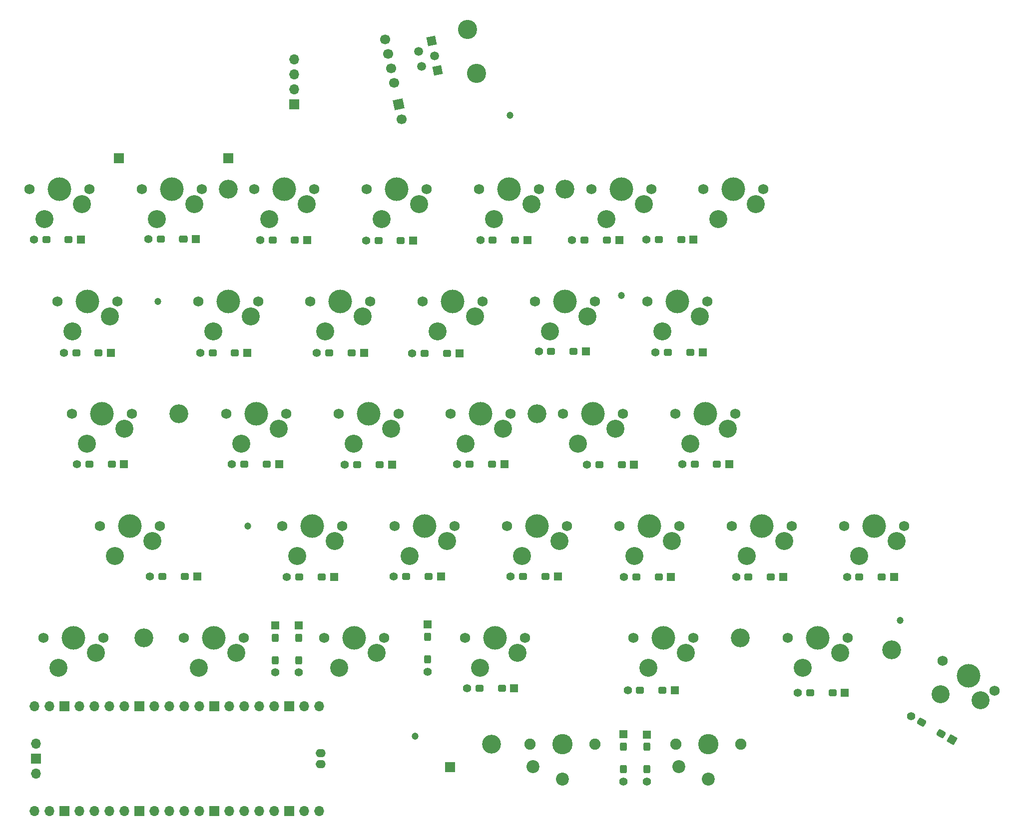
<source format=gbr>
%TF.GenerationSoftware,KiCad,Pcbnew,8.0.7*%
%TF.CreationDate,2025-08-07T21:50:34+02:00*%
%TF.ProjectId,pcb_keyboard_sx_rj11,7063625f-6b65-4796-926f-6172645f7378,rev?*%
%TF.SameCoordinates,Original*%
%TF.FileFunction,Soldermask,Top*%
%TF.FilePolarity,Negative*%
%FSLAX46Y46*%
G04 Gerber Fmt 4.6, Leading zero omitted, Abs format (unit mm)*
G04 Created by KiCad (PCBNEW 8.0.7) date 2025-08-07 21:50:34*
%MOMM*%
%LPD*%
G01*
G04 APERTURE LIST*
G04 Aperture macros list*
%AMRoundRect*
0 Rectangle with rounded corners*
0 $1 Rounding radius*
0 $2 $3 $4 $5 $6 $7 $8 $9 X,Y pos of 4 corners*
0 Add a 4 corners polygon primitive as box body*
4,1,4,$2,$3,$4,$5,$6,$7,$8,$9,$2,$3,0*
0 Add four circle primitives for the rounded corners*
1,1,$1+$1,$2,$3*
1,1,$1+$1,$4,$5*
1,1,$1+$1,$6,$7*
1,1,$1+$1,$8,$9*
0 Add four rect primitives between the rounded corners*
20,1,$1+$1,$2,$3,$4,$5,0*
20,1,$1+$1,$4,$5,$6,$7,0*
20,1,$1+$1,$6,$7,$8,$9,0*
20,1,$1+$1,$8,$9,$2,$3,0*%
%AMHorizOval*
0 Thick line with rounded ends*
0 $1 width*
0 $2 $3 position (X,Y) of the first rounded end (center of the circle)*
0 $4 $5 position (X,Y) of the second rounded end (center of the circle)*
0 Add line between two ends*
20,1,$1,$2,$3,$4,$5,0*
0 Add two circle primitives to create the rounded ends*
1,1,$1,$2,$3*
1,1,$1,$4,$5*%
%AMRotRect*
0 Rectangle, with rotation*
0 The origin of the aperture is its center*
0 $1 length*
0 $2 width*
0 $3 Rotation angle, in degrees counterclockwise*
0 Add horizontal line*
21,1,$1,$2,0,0,$3*%
G04 Aperture macros list end*
%ADD10C,1.750000*%
%ADD11C,3.050000*%
%ADD12C,4.000000*%
%ADD13C,3.200000*%
%ADD14C,1.200000*%
%ADD15C,3.250000*%
%ADD16RotRect,1.520000X1.520000X101.899000*%
%ADD17C,1.520000*%
%ADD18R,1.700000X1.700000*%
%ADD19O,1.700000X1.700000*%
%ADD20C,1.900000*%
%ADD21C,3.450000*%
%ADD22C,2.200000*%
%ADD23R,1.400000X1.400000*%
%ADD24RoundRect,0.300000X0.450000X0.300000X-0.450000X0.300000X-0.450000X-0.300000X0.450000X-0.300000X0*%
%ADD25RoundRect,0.300000X0.400000X0.300000X-0.400000X0.300000X-0.400000X-0.300000X0.400000X-0.300000X0*%
%ADD26C,1.400000*%
%ADD27O,1.700000X1.400000*%
%ADD28RotRect,1.400000X1.400000X150.000000*%
%ADD29RoundRect,0.300000X0.496410X0.059808X-0.196410X0.459808X-0.496410X-0.059808X0.196410X-0.459808X0*%
%ADD30RotRect,1.700000X1.700000X191.899000*%
%ADD31HorizOval,1.700000X0.000000X0.000000X0.000000X0.000000X0*%
%ADD32RoundRect,0.300000X-0.300000X0.400000X-0.300000X-0.400000X0.300000X-0.400000X0.300000X0.400000X0*%
G04 APERTURE END LIST*
D10*
%TO.C,S34*%
X173829000Y-104157000D03*
D11*
X172559000Y-106697000D03*
D12*
X168749000Y-104157000D03*
D11*
X166209000Y-109237000D03*
D10*
X163669000Y-104157000D03*
%TD*%
%TO.C,S17*%
X102429000Y-66067000D03*
D11*
X101159000Y-68607000D03*
D12*
X97349000Y-66067000D03*
D11*
X94809000Y-71147000D03*
D10*
X92269000Y-66067000D03*
%TD*%
%TO.C,S8*%
X64349000Y-66067000D03*
D11*
X63079000Y-68607000D03*
D12*
X59269000Y-66067000D03*
D11*
X56729000Y-71147000D03*
D10*
X54189000Y-66067000D03*
%TD*%
D13*
%TO.C,H9*%
X116379000Y-47017000D03*
%TD*%
D10*
%TO.C,S3*%
X42927750Y-85107000D03*
D11*
X41657750Y-87647000D03*
D12*
X37847750Y-85107000D03*
D11*
X35307750Y-90187000D03*
D10*
X32767750Y-85107000D03*
%TD*%
%TO.C,S11*%
X78629000Y-104157000D03*
D11*
X77359000Y-106697000D03*
D12*
X73549000Y-104157000D03*
D11*
X71009000Y-109237000D03*
D10*
X68469000Y-104157000D03*
%TD*%
D13*
%TO.C,H6*%
X44979000Y-123187000D03*
%TD*%
D10*
%TO.C,S4*%
X38165250Y-123187000D03*
D11*
X36895250Y-125727000D03*
D12*
X33085250Y-123187000D03*
D11*
X30545250Y-128267000D03*
D10*
X28005250Y-123187000D03*
%TD*%
%TO.C,S13*%
X85765250Y-123187000D03*
D11*
X84495250Y-125727000D03*
D12*
X80685250Y-123187000D03*
D11*
X78145250Y-128267000D03*
D10*
X75605250Y-123187000D03*
%TD*%
%TO.C,S16*%
X97669000Y-104157000D03*
D11*
X96399000Y-106697000D03*
D12*
X92589000Y-104157000D03*
D11*
X90049000Y-109237000D03*
D10*
X87509000Y-104157000D03*
%TD*%
D13*
%TO.C,H7*%
X111619000Y-85107000D03*
%TD*%
D14*
%TO.C,H13*%
X90949000Y-139825000D03*
%TD*%
D13*
%TO.C,H4*%
X171724000Y-125187000D03*
%TD*%
%TO.C,H11*%
X103949000Y-141202000D03*
%TD*%
D10*
%TO.C,S21*%
X109565250Y-123187000D03*
D11*
X108295250Y-125727000D03*
D12*
X104485250Y-123187000D03*
D11*
X101945250Y-128267000D03*
D10*
X99405250Y-123187000D03*
%TD*%
D13*
%TO.C,H5*%
X146127000Y-123187000D03*
%TD*%
D15*
%TO.C,J1*%
X101417158Y-27421526D03*
X99846012Y-19965260D03*
D16*
X94820093Y-26910781D03*
X93772663Y-21939937D03*
D17*
X92072816Y-26191785D03*
X94296379Y-24425357D03*
X91549100Y-23706363D03*
%TD*%
D10*
%TO.C,S22*%
X116709000Y-104157000D03*
D11*
X115439000Y-106697000D03*
D12*
X111629000Y-104157000D03*
D11*
X109089000Y-109237000D03*
D10*
X106549000Y-104157000D03*
%TD*%
D13*
%TO.C,H8*%
X50935750Y-85107000D03*
%TD*%
D18*
%TO.C,J2*%
X70524000Y-32677000D03*
D19*
X70524000Y-30137000D03*
X70524000Y-27597000D03*
X70524000Y-25057000D03*
%TD*%
D13*
%TO.C,H10*%
X59269000Y-47017000D03*
%TD*%
D10*
%TO.C,S7*%
X61965250Y-123187000D03*
D11*
X60695250Y-125727000D03*
D12*
X56885250Y-123187000D03*
D11*
X54345250Y-128267000D03*
D10*
X51805250Y-123187000D03*
%TD*%
%TO.C,S5*%
X47690250Y-104157000D03*
D11*
X46420250Y-106697000D03*
D12*
X42610250Y-104157000D03*
D11*
X40070250Y-109237000D03*
D10*
X37530250Y-104157000D03*
%TD*%
%TO.C,S27*%
X135749000Y-104157000D03*
D11*
X134479000Y-106697000D03*
D12*
X130669000Y-104157000D03*
D11*
X128129000Y-109237000D03*
D10*
X125589000Y-104157000D03*
%TD*%
%TO.C,S28*%
X140509000Y-66067000D03*
D11*
X139239000Y-68607000D03*
D12*
X135429000Y-66067000D03*
D11*
X132889000Y-71147000D03*
D10*
X130349000Y-66067000D03*
%TD*%
D20*
%TO.C,S29*%
X146199000Y-141202000D03*
D21*
X140699000Y-141202000D03*
D20*
X135199000Y-141202000D03*
D22*
X140699000Y-147102000D03*
X135699000Y-145002000D03*
%TD*%
D20*
%TO.C,S20*%
X121449000Y-141202000D03*
D21*
X115949000Y-141202000D03*
D20*
X110449000Y-141202000D03*
D22*
X115949000Y-147102000D03*
X110949000Y-145002000D03*
%TD*%
D14*
%TO.C,H3*%
X62621000Y-104157000D03*
%TD*%
D10*
%TO.C,S23*%
X121469000Y-66067000D03*
D11*
X120199000Y-68607000D03*
D12*
X116389000Y-66067000D03*
D11*
X113849000Y-71147000D03*
D10*
X111309000Y-66067000D03*
%TD*%
%TO.C,S32*%
X154789000Y-104157000D03*
D11*
X153519000Y-106697000D03*
D12*
X149709000Y-104157000D03*
D11*
X147169000Y-109237000D03*
D10*
X144629000Y-104157000D03*
%TD*%
%TO.C,S9*%
X69104000Y-85107000D03*
D11*
X67834000Y-87647000D03*
D12*
X64024000Y-85107000D03*
D11*
X61484000Y-90187000D03*
D10*
X58944000Y-85107000D03*
%TD*%
%TO.C,S2*%
X40546500Y-66057000D03*
D11*
X39276500Y-68597000D03*
D12*
X35466500Y-66057000D03*
D11*
X32926500Y-71137000D03*
D10*
X30386500Y-66057000D03*
%TD*%
D14*
%TO.C,H2*%
X125914000Y-65067000D03*
%TD*%
D18*
%TO.C,TP3*%
X96859000Y-145062000D03*
%TD*%
D14*
%TO.C,H1*%
X47367500Y-66057000D03*
%TD*%
D23*
%TO.C,D6*%
X53774000Y-55537000D03*
D24*
X51724000Y-55537000D03*
D25*
X47874000Y-55537000D03*
D26*
X45774000Y-55537000D03*
%TD*%
D10*
%TO.C,S19*%
X111944000Y-47017000D03*
D11*
X110674000Y-49557000D03*
D12*
X106864000Y-47017000D03*
D11*
X104324000Y-52097000D03*
D10*
X101784000Y-47017000D03*
%TD*%
D18*
%TO.C,TP1*%
X40774000Y-41757000D03*
%TD*%
D10*
%TO.C,S18*%
X107184000Y-85107000D03*
D11*
X105914000Y-87647000D03*
D12*
X102104000Y-85107000D03*
D11*
X99564000Y-90187000D03*
D10*
X97024000Y-85107000D03*
%TD*%
D14*
%TO.C,H12*%
X173224000Y-120187000D03*
%TD*%
D10*
%TO.C,S12*%
X83389000Y-66067000D03*
D11*
X82119000Y-68607000D03*
D12*
X78309000Y-66067000D03*
D11*
X75769000Y-71147000D03*
D10*
X73229000Y-66067000D03*
%TD*%
%TO.C,S10*%
X73864000Y-47017000D03*
D11*
X72594000Y-49557000D03*
D12*
X68784000Y-47017000D03*
D11*
X66244000Y-52097000D03*
D10*
X63704000Y-47017000D03*
%TD*%
%TO.C,S15*%
X92904000Y-47017000D03*
D11*
X91634000Y-49557000D03*
D12*
X87824000Y-47017000D03*
D11*
X85284000Y-52097000D03*
D10*
X82744000Y-47017000D03*
%TD*%
%TO.C,S26*%
X138127750Y-123187000D03*
D11*
X136857750Y-125727000D03*
D12*
X133047750Y-123187000D03*
D11*
X130507750Y-128267000D03*
D10*
X127967750Y-123187000D03*
%TD*%
%TO.C,S25*%
X130984000Y-47017000D03*
D11*
X129714000Y-49557000D03*
D12*
X125904000Y-47017000D03*
D11*
X123364000Y-52097000D03*
D10*
X120824000Y-47017000D03*
%TD*%
D14*
%TO.C,H14*%
X107025400Y-34488774D03*
%TD*%
D10*
%TO.C,S30*%
X145264000Y-85107000D03*
D11*
X143994000Y-87647000D03*
D12*
X140184000Y-85107000D03*
D11*
X137644000Y-90187000D03*
D10*
X135104000Y-85107000D03*
%TD*%
%TO.C,S1*%
X35784000Y-47017000D03*
D11*
X34514000Y-49557000D03*
D12*
X30704000Y-47017000D03*
D11*
X28164000Y-52097000D03*
D10*
X25624000Y-47017000D03*
%TD*%
%TO.C,S33*%
X164304000Y-123187000D03*
D11*
X163034000Y-125727000D03*
D12*
X159224000Y-123187000D03*
D11*
X156684000Y-128267000D03*
D10*
X154144000Y-123187000D03*
%TD*%
%TO.C,S14*%
X88144000Y-85107000D03*
D11*
X86874000Y-87647000D03*
D12*
X83064000Y-85107000D03*
D11*
X80524000Y-90187000D03*
D10*
X77984000Y-85107000D03*
%TD*%
%TO.C,S6*%
X54824000Y-47017000D03*
D11*
X53554000Y-49557000D03*
D12*
X49744000Y-47017000D03*
D11*
X47204000Y-52097000D03*
D10*
X44664000Y-47017000D03*
%TD*%
D18*
%TO.C,TP2*%
X59274000Y-41757000D03*
%TD*%
D10*
%TO.C,S24*%
X126224000Y-85107000D03*
D11*
X124954000Y-87647000D03*
D12*
X121144000Y-85107000D03*
D11*
X118604000Y-90187000D03*
D10*
X116064000Y-85107000D03*
%TD*%
%TO.C,S35*%
X189185409Y-132165000D03*
D11*
X186815557Y-133729705D03*
D12*
X184786000Y-129625000D03*
D11*
X180046295Y-132754409D03*
D10*
X180386591Y-127085000D03*
%TD*%
%TO.C,S31*%
X150024000Y-47017000D03*
D11*
X148754000Y-49557000D03*
D12*
X144944000Y-47017000D03*
D11*
X142404000Y-52097000D03*
D10*
X139864000Y-47017000D03*
%TD*%
D23*
%TO.C,D12*%
X82314000Y-74787000D03*
D25*
X80214000Y-74787000D03*
X76414000Y-74787000D03*
D26*
X74314000Y-74787000D03*
%TD*%
D23*
%TO.C,D33*%
X163814000Y-132467000D03*
D25*
X161714000Y-132467000D03*
X157914000Y-132467000D03*
D26*
X155814000Y-132467000D03*
%TD*%
D19*
%TO.C,U2*%
X74734000Y-152547000D03*
X72194000Y-152547000D03*
D18*
X69654000Y-152547000D03*
D19*
X67114000Y-152547000D03*
X64574000Y-152547000D03*
X62034000Y-152547000D03*
X59494000Y-152547000D03*
D18*
X56954000Y-152547000D03*
D19*
X54414000Y-152547000D03*
X51874000Y-152547000D03*
X49334000Y-152547000D03*
X46794000Y-152547000D03*
D18*
X44254000Y-152547000D03*
D19*
X41714000Y-152547000D03*
X39174000Y-152547000D03*
X36634000Y-152547000D03*
X34094000Y-152547000D03*
D18*
X31554000Y-152547000D03*
D19*
X29014000Y-152547000D03*
X26474000Y-152547000D03*
X26474000Y-134767000D03*
X29014000Y-134767000D03*
D18*
X31554000Y-134767000D03*
D19*
X34094000Y-134767000D03*
X36634000Y-134767000D03*
X39174000Y-134767000D03*
X41714000Y-134767000D03*
D18*
X44254000Y-134767000D03*
D19*
X46794000Y-134767000D03*
X49334000Y-134767000D03*
X51874000Y-134767000D03*
X54414000Y-134767000D03*
D18*
X56954000Y-134767000D03*
D19*
X59494000Y-134767000D03*
X62034000Y-134767000D03*
X64574000Y-134767000D03*
X67114000Y-134767000D03*
D18*
X69654000Y-134767000D03*
D19*
X72194000Y-134767000D03*
X74734000Y-134767000D03*
X26704000Y-146197000D03*
D18*
X26704000Y-143657000D03*
D19*
X26704000Y-141117000D03*
D27*
X75004000Y-144557000D03*
X75004000Y-142757000D03*
%TD*%
D23*
%TO.C,D16*%
X95344000Y-112767000D03*
D25*
X93244000Y-112767000D03*
X89444000Y-112767000D03*
D26*
X87344000Y-112767000D03*
%TD*%
D23*
%TO.C,D15*%
X90651500Y-55768250D03*
D25*
X88551500Y-55768250D03*
X84751500Y-55768250D03*
D26*
X82651500Y-55768250D03*
%TD*%
D23*
%TO.C,D28*%
X139734000Y-74697000D03*
D25*
X137634000Y-74697000D03*
X133834000Y-74697000D03*
D26*
X131734000Y-74697000D03*
%TD*%
D23*
%TO.C,D9*%
X67904000Y-93697000D03*
D25*
X65804000Y-93697000D03*
X62004000Y-93697000D03*
D26*
X59904000Y-93697000D03*
%TD*%
D23*
%TO.C,D30*%
X144251500Y-93728250D03*
D25*
X142151500Y-93728250D03*
X138351500Y-93728250D03*
D26*
X136251500Y-93728250D03*
%TD*%
D23*
%TO.C,D3*%
X41644000Y-93727000D03*
D25*
X39544000Y-93727000D03*
X35744000Y-93727000D03*
D26*
X33644000Y-93727000D03*
%TD*%
D23*
%TO.C,D27*%
X134364000Y-112817000D03*
D25*
X132264000Y-112817000D03*
X128464000Y-112817000D03*
D26*
X126364000Y-112817000D03*
%TD*%
D23*
%TO.C,D11*%
X77244000Y-112847000D03*
D25*
X75144000Y-112847000D03*
X71344000Y-112847000D03*
D26*
X69244000Y-112847000D03*
%TD*%
D23*
%TO.C,D2*%
X39431500Y-74788250D03*
D25*
X37331500Y-74788250D03*
X33531500Y-74788250D03*
D26*
X31431500Y-74788250D03*
%TD*%
D28*
%TO.C,D35*%
X181958102Y-140457000D03*
D29*
X180139448Y-139407000D03*
X176848552Y-137507000D03*
D26*
X175029898Y-136457000D03*
%TD*%
D23*
%TO.C,D22*%
X115151500Y-112768250D03*
D25*
X113051500Y-112768250D03*
X109251500Y-112768250D03*
D26*
X107151500Y-112768250D03*
%TD*%
D23*
%TO.C,D18*%
X106114000Y-93677000D03*
D25*
X104014000Y-93677000D03*
X100214000Y-93677000D03*
D26*
X98114000Y-93677000D03*
%TD*%
D23*
%TO.C,D26*%
X135001500Y-132088250D03*
D25*
X132901500Y-132088250D03*
X129101500Y-132088250D03*
D26*
X127001500Y-132088250D03*
%TD*%
D30*
%TO.C,J4*%
X88204000Y-32687000D03*
D31*
X88727715Y-35172422D03*
%TD*%
D23*
%TO.C,D14*%
X87064000Y-93767000D03*
D25*
X84964000Y-93767000D03*
X81164000Y-93767000D03*
D26*
X79064000Y-93767000D03*
%TD*%
D23*
%TO.C,D17*%
X98494000Y-74877000D03*
D25*
X96394000Y-74877000D03*
X92594000Y-74877000D03*
D26*
X90494000Y-74877000D03*
%TD*%
D23*
%TO.C,D32*%
X153384000Y-112817000D03*
D25*
X151284000Y-112817000D03*
X147484000Y-112817000D03*
D26*
X145384000Y-112817000D03*
%TD*%
D31*
%TO.C,J3*%
X85872101Y-21674435D03*
X86375197Y-24062006D03*
X86898913Y-26547428D03*
X87422628Y-29032850D03*
%TD*%
D23*
%TO.C,D1*%
X34354000Y-55567000D03*
D25*
X32254000Y-55567000D03*
X28454000Y-55567000D03*
D26*
X26354000Y-55567000D03*
%TD*%
D23*
%TO.C,D8*%
X62544000Y-74787000D03*
D25*
X60444000Y-74787000D03*
X56644000Y-74787000D03*
D26*
X54544000Y-74787000D03*
%TD*%
D23*
%TO.C,D13*%
X93054000Y-120887000D03*
D32*
X93054000Y-122987000D03*
X93054000Y-126787000D03*
D26*
X93054000Y-128887000D03*
%TD*%
D23*
%TO.C,D7*%
X71285250Y-121039500D03*
D32*
X71285250Y-123139500D03*
X71285250Y-126939500D03*
D26*
X71285250Y-129039500D03*
%TD*%
D23*
%TO.C,D24*%
X128094000Y-93757000D03*
D25*
X125994000Y-93757000D03*
X122194000Y-93757000D03*
D26*
X120094000Y-93757000D03*
%TD*%
D23*
%TO.C,D4*%
X67285250Y-121039500D03*
D32*
X67285250Y-123139500D03*
X67285250Y-126939500D03*
D26*
X67285250Y-129039500D03*
%TD*%
D23*
%TO.C,D25*%
X125564000Y-55687000D03*
D25*
X123464000Y-55687000D03*
X119664000Y-55687000D03*
D26*
X117564000Y-55687000D03*
%TD*%
D23*
%TO.C,D29*%
X130244000Y-139557000D03*
D32*
X130244000Y-141657000D03*
X130244000Y-145457000D03*
D26*
X130244000Y-147557000D03*
%TD*%
D23*
%TO.C,D23*%
X119934000Y-74597000D03*
D25*
X117834000Y-74597000D03*
X114034000Y-74597000D03*
D26*
X111934000Y-74597000D03*
%TD*%
D23*
%TO.C,D5*%
X54044000Y-112787000D03*
D25*
X51944000Y-112787000D03*
X48144000Y-112787000D03*
D26*
X46044000Y-112787000D03*
%TD*%
D23*
%TO.C,D21*%
X107774000Y-131697000D03*
D25*
X105674000Y-131697000D03*
X101874000Y-131697000D03*
D26*
X99774000Y-131697000D03*
%TD*%
D23*
%TO.C,D20*%
X126244000Y-139517000D03*
D32*
X126244000Y-141617000D03*
X126244000Y-145417000D03*
D26*
X126244000Y-147517000D03*
%TD*%
D23*
%TO.C,D31*%
X138161500Y-55628250D03*
D25*
X136061500Y-55628250D03*
X132261500Y-55628250D03*
D26*
X130161500Y-55628250D03*
%TD*%
D23*
%TO.C,D19*%
X110024000Y-55707000D03*
D25*
X107924000Y-55707000D03*
X104124000Y-55707000D03*
D26*
X102024000Y-55707000D03*
%TD*%
D23*
%TO.C,D34*%
X172181500Y-112818250D03*
D25*
X170081500Y-112818250D03*
X166281500Y-112818250D03*
D26*
X164181500Y-112818250D03*
%TD*%
D23*
%TO.C,D10*%
X72704000Y-55667000D03*
D25*
X70604000Y-55667000D03*
X66804000Y-55667000D03*
D26*
X64704000Y-55667000D03*
%TD*%
M02*

</source>
